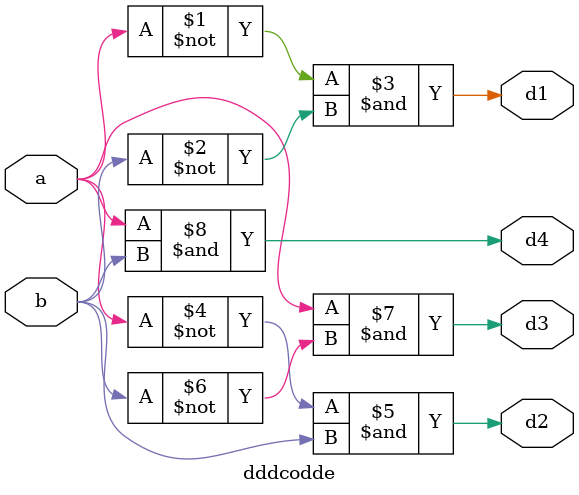
<source format=v>
module dddcodde(d1,d2,d3,d4,a,b);
output d1,d2,d3,d4;
input a,b;
assign d1=~a&~b;
assign d2=~a&b;
assign d3=a&~b;
assign d4=a&b;
endmodule


</source>
